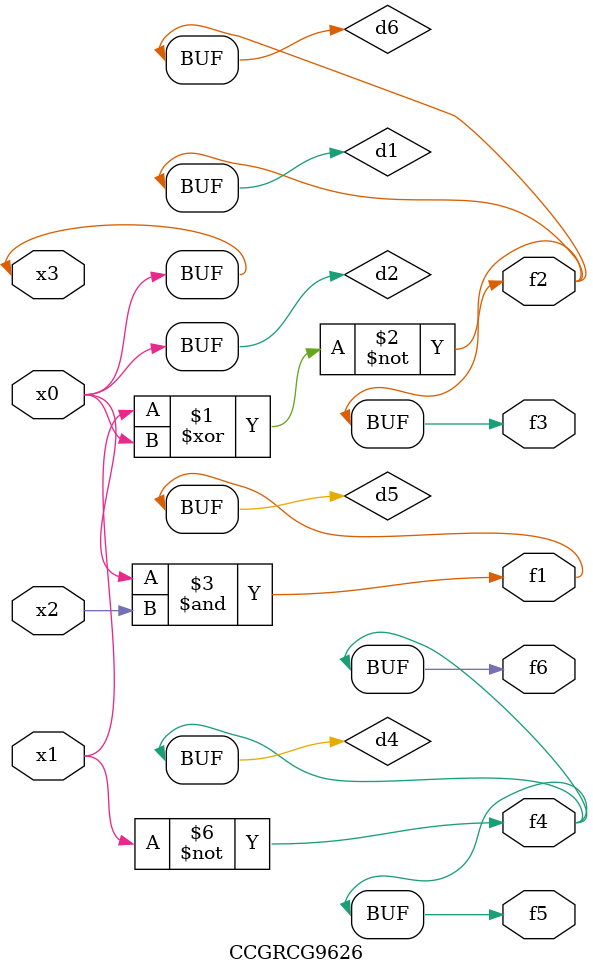
<source format=v>
module CCGRCG9626(
	input x0, x1, x2, x3,
	output f1, f2, f3, f4, f5, f6
);

	wire d1, d2, d3, d4, d5, d6;

	xnor (d1, x1, x3);
	buf (d2, x0, x3);
	nand (d3, x0, x2);
	not (d4, x1);
	nand (d5, d3);
	or (d6, d1);
	assign f1 = d5;
	assign f2 = d6;
	assign f3 = d6;
	assign f4 = d4;
	assign f5 = d4;
	assign f6 = d4;
endmodule

</source>
